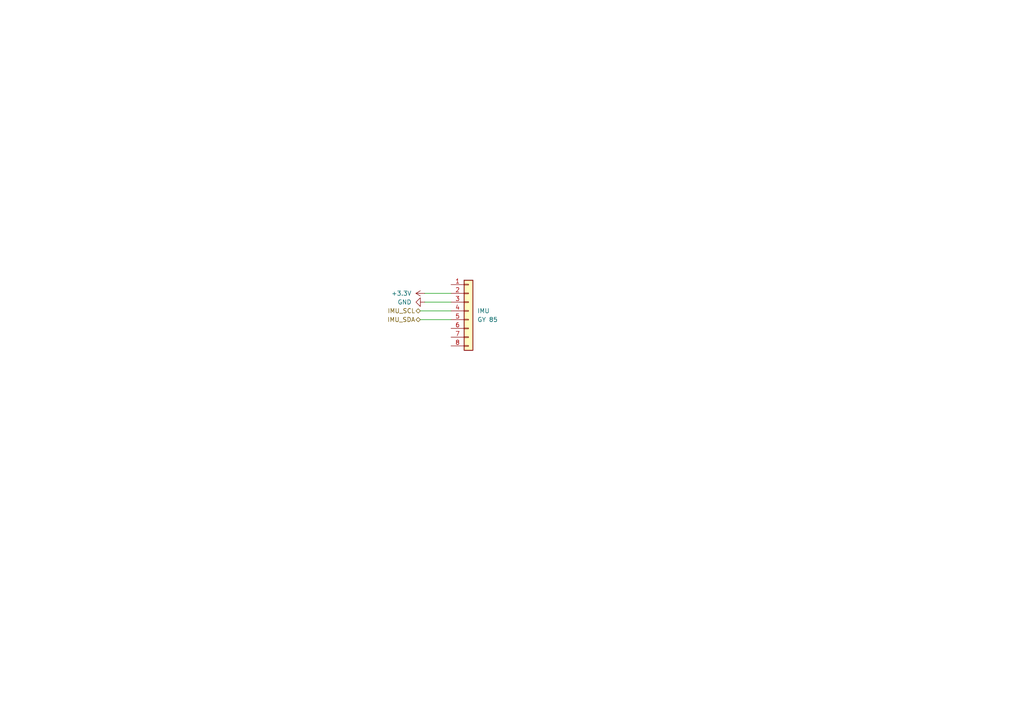
<source format=kicad_sch>
(kicad_sch (version 20250114) (generator "eeschema") (generator_version "9.0")
  (paper "A4")
  (title_block (title "SSL main board"))
  (lib_symbols
    (symbol "Connector_Generic:Conn_01x08" (pin_names (offset 1.016) (hide yes))
      (property "Reference" "J" (at 0 10.16 0))
      (property "Value" "Conn_01x08" (at 0 -12.7 0))
      (symbol "Conn_01x08_1_1"
        (rectangle (start -1.27 8.89) (end 1.27 -11.43) (stroke (width 0.254)) (fill (type background)))
        (rectangle (start -1.27 7.747) (end 0 7.493) (stroke (width 0.1524)))
        (rectangle (start -1.27 5.207) (end 0 4.953) (stroke (width 0.1524)))
        (rectangle (start -1.27 2.667) (end 0 2.413) (stroke (width 0.1524)))
        (rectangle (start -1.27 0.127) (end 0 -0.127) (stroke (width 0.1524)))
        (rectangle (start -1.27 -2.413) (end 0 -2.667) (stroke (width 0.1524)))
        (rectangle (start -1.27 -4.953) (end 0 -5.207) (stroke (width 0.1524)))
        (rectangle (start -1.27 -7.493) (end 0 -7.747) (stroke (width 0.1524)))
        (rectangle (start -1.27 -10.033) (end 0 -10.287) (stroke (width 0.1524)))
        (pin passive line (at -5.08 7.62 0) (length 3.81) (name "Pin_1") (number "1"))
        (pin passive line (at -5.08 5.08 0) (length 3.81) (name "Pin_2") (number "2"))
        (pin passive line (at -5.08 2.54 0) (length 3.81) (name "Pin_3") (number "3"))
        (pin passive line (at -5.08 0 0) (length 3.81) (name "Pin_4") (number "4"))
        (pin passive line (at -5.08 -2.54 0) (length 3.81) (name "Pin_5") (number "5"))
        (pin passive line (at -5.08 -5.08 0) (length 3.81) (name "Pin_6") (number "6"))
        (pin passive line (at -5.08 -7.62 0) (length 3.81) (name "Pin_7") (number "7"))
        (pin passive line (at -5.08 -10.16 0) (length 3.81) (name "Pin_8") (number "8"))
      )
    )
    (symbol "power:+3.3V" (power) (pin_numbers (hide yes)) (pin_names (offset 0) (hide yes))
      (property "Value" "+3.3V" (at 0 3.556 0))
      (symbol "+3.3V_0_1"
        (polyline (pts (xy -0.762 1.27) (xy 0 2.54)))
        (polyline (pts (xy 0 2.54) (xy 0.762 1.27)))
        (polyline (pts (xy 0 0) (xy 0 2.54)))
      )
      (symbol "+3.3V_1_1"
        (pin power_in line (at 0 0 90) (length 0) (name "~") (number "1"))
      )
    )
    (symbol "power:GND" (power) (pin_numbers (hide yes)) (pin_names (offset 0) (hide yes))
      (property "Value" "GND" (at 0 -3.81 0))
      (symbol "GND_0_1"
        (polyline (pts (xy 0 0) (xy 0 -1.27) (xy 1.27 -1.27) (xy 0 -2.54) (xy -1.27 -1.27) (xy 0 -1.27)))
      )
      (symbol "GND_1_1"
        (pin power_in line (at 0 0 270) (length 0) (name "~") (number "1"))
      )
    )
  )
  (wire (pts (xy 121.92 92.71) (xy 130.81 92.71)))
  (wire (pts (xy 121.92 90.17) (xy 130.81 90.17)))
  (wire (pts (xy 123.19 85.09) (xy 130.81 85.09)))
  (wire (pts (xy 123.19 87.63) (xy 130.81 87.63)))
  (hierarchical_label "IMU_SCL" (shape bidirectional) (at 121.92 90.17 180))
  (hierarchical_label "IMU_SDA" (shape bidirectional) (at 121.92 92.71 180))
  (symbol (lib_id "power:GND") (at 123.19 87.63 270) (unit 1)
    (property "Reference" "#PWR043" (effects (hide yes)))
    (property "Value" "GND" (at 119.38 87.6299 90) (effects (justify right)))
    (property "Description" "Power symbol creates a global label with name \"GND\" , ground" (effects (hide yes)))
  )
  (symbol (lib_id "Connector_Generic:Conn_01x08") (at 135.89 90.17 0) (unit 1)
    (property "Reference" "IMU" (at 138.43 90.1699 0) (effects (justify left)))
    (property "Value" "GY 85" (at 138.43 92.7099 0) (effects (justify left)))
    (property "Description" "Generic connector, single row, 01x08, script generated (kicad-library-utils/schlib/autogen/connector/)" (effects (hide yes)))
  )
  (symbol (lib_id "power:+3.3V") (at 123.19 85.09 90) (unit 1)
    (property "Reference" "#PWR042" (effects (hide yes)))
    (property "Value" "+3.3V" (at 119.38 85.0899 90) (effects (justify left)))
    (property "Description" "Power symbol creates a global label with name \"+3.3V\"" (effects (hide yes)))
  )
)
</source>
